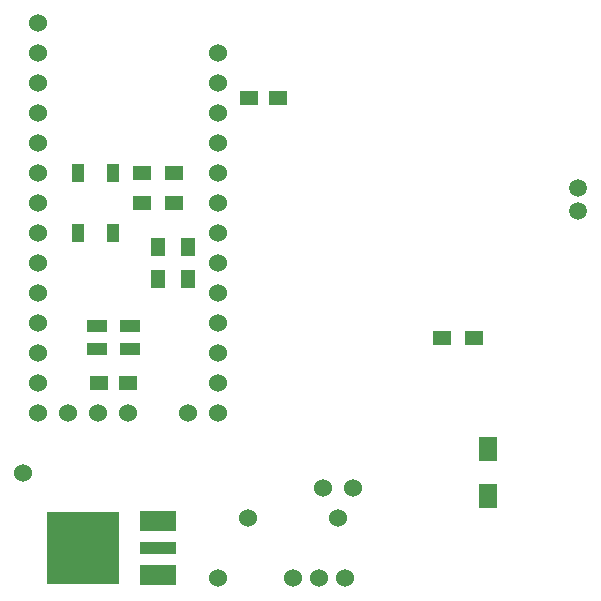
<source format=gbs>
G04 #@! TF.FileFunction,Soldermask,Bot*
%FSLAX46Y46*%
G04 Gerber Fmt 4.6, Leading zero omitted, Abs format (unit mm)*
G04 Created by KiCad (PCBNEW 4.0.2-stable) date Saturday, 16 July 2016 'pmt' 14:41:27*
%MOMM*%
G01*
G04 APERTURE LIST*
%ADD10C,0.100000*%
%ADD11C,1.500000*%
%ADD12R,1.000000X1.600000*%
%ADD13R,1.500000X1.300000*%
%ADD14R,1.300000X1.500000*%
%ADD15C,1.524000*%
%ADD16R,1.800000X1.000000*%
%ADD17R,3.048000X1.000000*%
%ADD18R,3.048000X1.651000*%
%ADD19R,6.096000X6.096000*%
%ADD20R,1.500000X1.250000*%
%ADD21R,1.600000X2.000000*%
G04 APERTURE END LIST*
D10*
D11*
X95250000Y-38100000D03*
X95250000Y-40100000D03*
D12*
X52880000Y-41910000D03*
X55880000Y-41910000D03*
X52880000Y-36830000D03*
X55880000Y-36830000D03*
D13*
X58340000Y-39370000D03*
X61040000Y-39370000D03*
X58340000Y-36830000D03*
X61040000Y-36830000D03*
X86440000Y-50800000D03*
X83740000Y-50800000D03*
D14*
X62230000Y-45800000D03*
X62230000Y-43100000D03*
X59690000Y-45800000D03*
X59690000Y-43100000D03*
D15*
X49530000Y-24130000D03*
X49530000Y-26670000D03*
X49530000Y-29210000D03*
X49530000Y-31750000D03*
X49530000Y-34290000D03*
X49530000Y-36830000D03*
X49530000Y-39370000D03*
X49530000Y-41910000D03*
X49530000Y-44450000D03*
X49530000Y-46990000D03*
X49530000Y-49530000D03*
X49530000Y-52070000D03*
X49530000Y-54610000D03*
X49530000Y-57150000D03*
X64770000Y-57150000D03*
X64770000Y-54610000D03*
X64770000Y-52070000D03*
X64770000Y-49530000D03*
X64770000Y-46990000D03*
X64770000Y-44450000D03*
X64770000Y-41910000D03*
X64770000Y-39370000D03*
X64770000Y-36830000D03*
X64770000Y-34290000D03*
X64770000Y-31750000D03*
X64770000Y-29210000D03*
X54610000Y-57150000D03*
X62230000Y-57150000D03*
X64770000Y-26670000D03*
X57150000Y-57150000D03*
X52070000Y-57150000D03*
D16*
X54480000Y-51800000D03*
X54480000Y-49800000D03*
X57280000Y-49800000D03*
X57280000Y-51800000D03*
D17*
X59690000Y-68580000D03*
D18*
X59690000Y-66294000D03*
D19*
X53340000Y-68580000D03*
D18*
X59690000Y-70866000D03*
D20*
X54630000Y-54610000D03*
X57130000Y-54610000D03*
D21*
X87630000Y-60230000D03*
X87630000Y-64230000D03*
D20*
X67330000Y-30480000D03*
X69830000Y-30480000D03*
D15*
X48260000Y-62230000D03*
X74930000Y-66040000D03*
X73660000Y-63500000D03*
X76200000Y-63500000D03*
X75530000Y-71120000D03*
X73290000Y-71120000D03*
X67310000Y-66040000D03*
X71050000Y-71120000D03*
X64770000Y-71120000D03*
M02*

</source>
